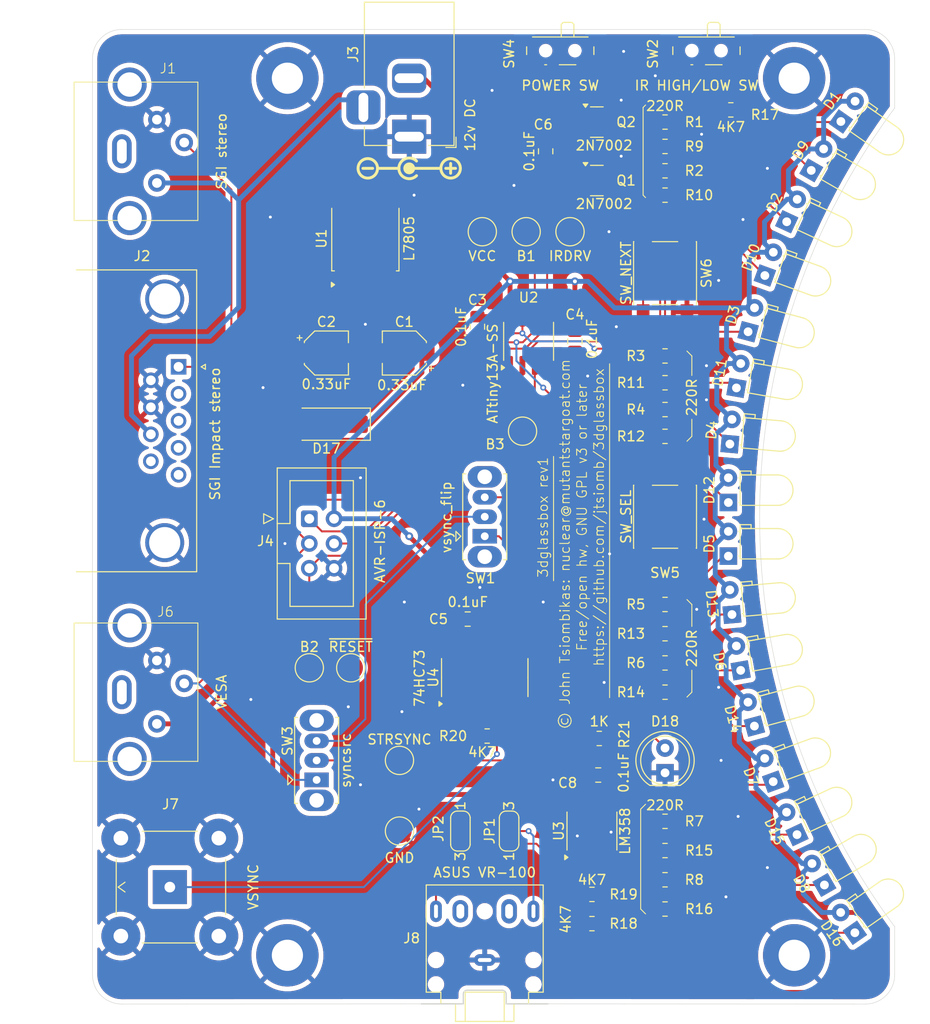
<source format=kicad_pcb>
(kicad_pcb (version 20240108) (generator "pcbnew") (generator_version "8.0")
  (layers (0 "F.Cu" signal) (31 "B.Cu" signal) (34 "B.Paste" user) (35 "F.Paste" user) (36 "B.SilkS" user "B.Silkscreen") (37 "F.SilkS" user "F.Silkscreen") (38 "B.Mask" user) (39 "F.Mask" user) (44 "Edge.Cuts" user))
  (net 0 "")
  (net 1 "+5V")
  (net 2 "GND")
  (net 3 "+12V")
  (net 4 "VCC")
  (net 5 "Net-(D1-K)")
  (net 6 "Net-(D2-K)")
  (net 7 "Net-(D3-K)")
  (net 8 "Net-(D4-K)")
  (net 9 "Net-(D5-K)")
  (net 10 "Net-(D6-K)")
  (net 11 "Net-(D7-K)")
  (net 12 "Net-(D8-K)")
  (net 13 "Net-(D9-K)")
  (net 14 "Net-(D10-K)")
  (net 15 "Net-(D11-K)")
  (net 16 "Net-(D12-K)")
  (net 17 "Net-(D13-K)")
  (net 18 "Net-(D14-K)")
  (net 19 "Net-(D15-K)")
  (net 20 "Net-(D16-K)")
  (net 21 "Net-(D17-A)")
  (net 22 "VBUS")
  (net 23 "/STEREOIN")
  (net 29 "/B2")
  (net 30 "/~{RESET}")
  (net 31 "/IRDRV")
  (net 32 "/B1")
  (net 33 "/VSYNC")
  (net 34 "Net-(JP1-C)")
  (net 36 "Net-(JP2-C)")
  (net 38 "Net-(JP1-A)")
  (net 39 "Net-(JP1-B)")
  (net 40 "Net-(Q1-D)")
  (net 41 "Net-(Q2-G)")
  (net 42 "Net-(Q2-D)")
  (net 43 "Net-(U3A--)")
  (net 44 "Net-(SW1-C)")
  (net 45 "Net-(SW1-B)")
  (net 46 "Net-(SW1-A)")
  (net 47 "/STRSYNC")
  (net 49 "/B3")
  (net 52 "Net-(D18-A)")
  (footprint "Package_TO_SOT_SMD:TO-252-3_TabPin2" (layer "F.Cu") (at 130.94 75.65 90)
    (property "Reference" "U1")
    (property "Value" "L7805")
  )
  (footprint "Button_Switch_SMD:SW_Push_1P1T_NO_6x6mm_H9.5mm" (layer "F.Cu") (at 161.69 79.19 90)
    (property "Reference" "SW6")
    (property "Value" "SW_NEXT")
  )
  (footprint "MountingHole:MountingHole_3.2mm_M3_Pad" (layer "F.Cu") (at 174.94 149.19)
    (property "Reference" "H4" (hide yes))
    (property "Value" "MountingHole_Pad" (hide yes))
  )
  (footprint "Resistor_SMD:R_0805_2012Metric_Pad1.20x1.40mm_HandSolder" (layer "F.Cu") (at 143.44 126.69)
    (property "Reference" "R20")
    (property "Value" "4K7")
  )
  (footprint "Button_Switch_SMD:SW_SPDT_PCM12" (layer "F.Cu") (at 165.94 56.69 180)
    (property "Reference" "SW2")
    (property "Value" "IR HIGH/LOW SW")
  )
  (footprint "LED_THT:LED_D3.0mm_Horizontal_O1.27mm_Z2.0mm" (layer "F.Cu") (at 174.176408 73.918989 65)
    (property "Reference" "D2")
    (property "Value" "IR LED")
  )
  (footprint "Button_Switch_SMD:SW_SPDT_PCM12" (layer "F.Cu") (at 150.94 56.69 180)
    (property "Reference" "SW4")
    (property "Value" "POWER SW")
  )
  (footprint "LED_THT:LED_D3.0mm_Horizontal_O1.27mm_Z2.0mm" (layer "F.Cu") (at 169.449978 119.951567 100)
    (property "Reference" "D6")
    (property "Value" "IR LED")
  )
  (footprint "Package_TO_SOT_SMD:SOT-23" (layer "F.Cu") (at 154.69 69.69)
    (property "Reference" "Q1")
    (property "Value" "2N7002")
  )
  (footprint "Resistor_SMD:R_0805_2012Metric_Pad1.20x1.40mm_HandSolder" (layer "F.Cu") (at 161.69 144.44 180)
    (property "Reference" "R16")
    (property "Value" "220R")
  )
  (footprint "Resistor_SMD:R_0805_2012Metric_Pad1.20x1.40mm_HandSolder" (layer "F.Cu") (at 161.69 116.19 180)
    (property "Reference" "R13")
    (property "Value" "220R")
  )
  (footprint "Capacitor_SMD:C_0805_2012Metric_Pad1.18x1.45mm_HandSolder" (layer "F.Cu") (at 152.44 86.19 -90)
    (property "Reference" "C4")
    (property "Value" "0.1uF")
  )
  (footprint "LED_THT:LED_D3.0mm_Horizontal_O1.27mm_Z2.0mm" (layer "F.Cu") (at 168.559695 114.22146 95)
    (property "Reference" "D13")
    (property "Value" "IR LED")
  )
  (footprint "Capacitor_SMD:CP_Elec_4x5.4" (layer "F.Cu") (at 134.94 87.39 180)
    (property "Reference" "C1")
    (property "Value" "0.33uF")
  )
  (footprint "Resistor_SMD:R_0805_2012Metric_Pad1.20x1.40mm_HandSolder" (layer "F.Cu") (at 161.69 138.44 180)
    (property "Reference" "R15")
    (property "Value" "220R")
  )
  (footprint "MountingHole:MountingHole_3.2mm_M3_Pad" (layer "F.Cu") (at 174.94 59.19)
    (property "Reference" "H3" (hide yes))
    (property "Value" "MountingHole_Pad" (hide yes))
  )
  (footprint "Resistor_SMD:R_0805_2012Metric_Pad1.20x1.40mm_HandSolder" (layer "F.Cu") (at 161.69 113.19 180)
    (property "Reference" "R5")
    (property "Value" "220R")
  )
  (footprint "3dglassbox:minidin3" (layer "F.Cu") (at 101.0525 122.19 -90)
    (property "Reference" "J6")
    (property "Value" "VESA")
  )
  (footprint "MountingHole:MountingHole_3.2mm_M3_Pad" (layer "F.Cu") (at 122.94 149.19)
    (property "Reference" "H2" (hide yes))
    (property "Value" "MountingHole_Pad" (hide yes))
  )
  (footprint "Connector_Dsub:DSUB-9_Male_Horizontal_P2.77x2.84mm_EdgePinOffset7.70mm_Housed_MountingHolesOffset9.12mm" (layer "F.Cu") (at 111.770331 88.805 -90)
    (property "Reference" "J2")
    (property "Value" "SGI Impact stereo")
  )
  (footprint "Connector_IDC:IDC-Header_2x03_P2.54mm_Vertical" (layer "F.Cu") (at 125.1875 104.395)
    (property "Reference" "J4")
    (property "Value" "AVR-ISP-6")
  )
  (footprint "Capacitor_SMD:C_0805_2012Metric_Pad1.18x1.45mm_HandSolder" (layer "F.Cu") (at 142.44 84.69 -90)
    (property "Reference" "C3")
    (property "Value" "0.1uF")
  )
  (footprint "Package_SO:SOIC-8_3.9x4.9mm_P1.27mm" (layer "F.Cu") (at 154.19 136.44 90)
    (property "Reference" "U3")
    (property "Value" "LM358")
  )
  (footprint "LED_THT:LED_D3.0mm_Horizontal_O1.27mm_Z2.0mm" (layer "F.Cu") (at 168.19 102.730001 90)
    (property "Reference" "D12")
    (property "Value" "IR LED")
  )
  (footprint "Resistor_SMD:R_0805_2012Metric_Pad1.20x1.40mm_HandSolder" (layer "F.Cu") (at 161.69 122.19 180)
    (property "Reference" "R14")
    (property "Value" "220R")
  )
  (footprint "Button_Switch_SMD:SW_Push_1P1T_NO_6x6mm_H9.5mm" (layer "F.Cu") (at 161.69 104.19 90)
    (property "Reference" "SW5")
    (property "Value" "SW_SEL")
  )
  (footprint "3dglassbox:minidin3" (layer "F.Cu") (at 101.0525 66.69 -90)
    (property "Reference" "J1")
    (property "Value" "SGI stereo")
  )
  (footprint "Connector_BarrelJack:BarrelJack_Horizontal" (layer "F.Cu") (at 135.44 65.19 -90)
    (property "Reference" "J3")
    (property "Value" "12v DC")
  )
  (footprint "Resistor_SMD:R_0805_2012Metric_Pad1.20x1.40mm_HandSolder" (layer "F.Cu") (at 161.69 87.69 180)
    (property "Reference" "R3")
    (property "Value" "220R")
  )
  (footprint "TestPoint:TestPoint_Pad_D2.5mm" (layer "F.Cu") (at 147.44 74.94)
    (property "Reference" "B1")
    (property "Value" "TestPoint" (hide yes))
  )
  (footprint "LED_THT:LED_D3.0mm_Horizontal_O1.27mm_Z2.0mm" (layer "F.Cu") (at 169.015858 90.970455 80)
    (property "Reference" "D11")
    (property "Value" "IR LED")
  )
  (footprint "LED_THT:LED_D3.0mm_Horizontal_O1.27mm_Z2.0mm" (layer "F.Cu") (at 170.859784 125.668572 105)
    (property "Reference" "D14")
    (property "Value" "IR LED")
  )
  (footprint "LED_THT:LED_D5.0mm" (layer "F.Cu") (at 161.69 130.465 90)
    (property "Reference" "D18")
    (property "Value" "LED")
  )
  (footprint "TestPoint:TestPoint_Pad_D2.5mm" (layer "F.Cu") (at 134.44 129.19)
    (property "Reference" "STRSYNC")
    (property "Value" "TestPoint" (hide yes))
  )
  (footprint "LED_THT:LED_D3.0mm_Horizontal_O1.27mm_Z2.0mm" (layer "F.Cu") (at 172.787894 131.370824 110)
    (property "Reference" "D7")
    (property "Value" "IR LED")
  )
  (footprint "Resistor_SMD:R_0805_2012Metric_Pad1.20x1.40mm_HandSolder" (layer "F.Cu") (at 161.69 119.19 180)
    (property "Reference" "R6")
    (property "Value" "220R")
  )
  (footprint "Resistor_SMD:R_0805_2012Metric_Pad1.20x1.40mm_HandSolder" (layer "F.Cu") (at 154.19 142.94 180)
    (property "Reference" "R19")
    (property "Value" "4K7")
  )
  (footprint "Jumper:SolderJumper-3_P1.3mm_Bridged12_RoundedPad1.0x1.5mm_NumberLabels" (layer "F.Cu") (at 145.69 136.44 90)
    (property "Reference" "JP1")
    (property "Value" "JPOL1")
  )
  (footprint "Jumper:SolderJumper-3_P1.3mm_Bridged12_RoundedPad1.0x1.5mm_NumberLabels" (layer "F.Cu") (at 140.69 136.44 -90)
    (property "Reference" "JP2")
    (property "Value" "JPOL2")
  )
  (footprint "LED_THT:LED_D3.0mm_Horizontal_O1.27mm_Z2.0mm" (layer "F.Cu") (at 175.232953 136.806782 115)
    (property "Reference" "D15")
    (property "Value" "IR LED")
  )
  (footprint "TestPoint:TestPoint_Pad_D2.5mm" (layer "F.Cu") (at 125.19 119.69)
    (property "Reference" "B2")
    (property "Value" "TestPoint" (hide yes))
  )
  (footprint "LED_THT:LED_D3.0mm_Horizontal_O1.27mm_Z2.0mm" (layer "F.Cu") (at 178.043479 141.975033 120)
    (property "Reference" "D8")
    (property "Value" "IR LED")
  )
  (footprint "TestPoint:TestPoint_Pad_D2.5mm" (layer "F.Cu") (at 134.44 136.44)
    (property "Reference" "GND")
    (property "Value" "TestPoint" (hide yes))
  )
  (footprint "TestPoint:TestPoint_Pad_D2.5mm" (layer "F.Cu") (at 142.94 74.94)
    (property "Reference" "VCC")
    (property "Value" "TestPoint" (hide yes))
  )
  (footprint "Resistor_SMD:R_0805_2012Metric_Pad1.20x1.40mm_HandSolder" (layer "F.Cu") (at 161.69 95.94 180)
    (property "Reference" "R12")
    (property "Value" "220R")
  )
  (footprint "LED_THT:LED_D3.0mm_Horizontal_O1.27mm_Z2.0mm" (layer "F.Cu") (at 168.19 108.230001 90)
    (property "Reference" "D5")
    (property "Value" "IR LED")
  )
  (footprint "Connector_Coaxial:BNC_TEConnectivity_1478035_Horizontal" (layer "F.Cu") (at 110.875 142.19 90)
    (property "Reference" "J7")
    (property "Value" "VSYNC")
  )
  (footprint "Package_TO_SOT_SMD:SOT-23" (layer "F.Cu") (at 154.69 63.69)
    (property "Reference" "Q2")
    (property "Value" "2N7002")
  )
  (footprint "Capacitor_SMD:CP_Elec_4x5.4" (layer "F.Cu") (at 126.94 87.39)
    (property "Reference" "C2")
    (property "Value" "0.33uF")
  )
  (footprint "Resistor_SMD:R_0805_2012Metric_Pad1.20x1.40mm_HandSolder" (layer "F.Cu") (at 161.69 66.19 180)
    (property "Reference" "R9")
    (property "Value" "220R")
  )
  (footprint "LED_THT:LED_D3.0mm_Horizontal_O1.27mm_Z2.0mm" (layer "F.Cu") (at 181.167866 146.874295 125)
    (property "Reference" "D16")
    (property "Value" "IR LED")
  )
  (footprint "TestPoint:TestPoint_Pad_D2.5mm" (layer "F.Cu") (at 147.06972 95.4062)
    (property "Reference" "B3")
    (property "Value" "TestPoint" (hide yes))
  )
  (footprint "Resistor_SMD:R_0805_2012Metric_Pad1.20x1.40mm_HandSolder" (layer "F.Cu") (at 161.69 90.44 180)
    (property "Reference" "R11")
    (property "Value" "220R")
  )
  (footprint "Resistor_SMD:R_0805_2012Metric_Pad1.20x1.40mm_HandSolder" (layer "F.Cu") (at 161.69 93.19 180)
    (property "Reference" "R4")
    (property "Value" "220R")
  )
  (footprint "Button_Switch_THT:SW_Slide_SPDT_Straight_CK_OS102011MS2Q" (layer "F.Cu") (at 143.19 106.19 90)
    (property "Reference" "SW1")
    (property "Value" "vsync_flip")
  )
  (footprint "Package_SO:SOIC-8_3.9x4.9mm_P1.27mm" (layer "F.Cu") (at 147.69 86.19 90)
    (property "Reference" "U2")
    (property "Value" "ATtiny13A-SS")
  )
  (footprint "TestPoint:TestPoint_Pad_D2.5mm" (layer "F.Cu") (at 151.94 74.94)
    (property "Reference" "IRDRV")
    (property "Value" "TestPoint" (hide yes))
  )
  (footprint "Resistor_SMD:R_0805_2012Metric_Pad1.20x1.40mm_HandSolder" (layer "F.Cu") (at 161.69 141.44 180)
    (property "Reference" "R8")
    (property "Value" "220R")
  )
  (footprint "Capacitor_SMD:C_0805_2012Metric_Pad1.18x1.45mm_HandSolder" (layer "F.Cu") (at 149.44 66.69 -90)
    (property "Reference" "C6")
    (property "Value" "0.1uF")
  )
  (footprint "LED_THT:LED_D3.0mm_Horizontal_O1.27mm_Z2.0mm" (layer "F.Cu") (at 170.212736 85.206245 75)
    (property "Reference" "D3")
    (property "Value" "IR LED")
  )
  (footprint "Capacitor_SMD:C_0805_2012Metric_Pad1.18x1.45mm_HandSolder" (layer "F.Cu") (at 141.44 114.69)
    (property "Reference" "C5")
    (property "Value" "0.1uF")
  )
  (footprint "Resistor_SMD:R_0805_2012Metric_Pad1.20x1.40mm_HandSolder" (layer "F.Cu") (at 161.69 68.69 180)
    (property "Reference" "R2")
    (property "Value" "220R")
  )
  (footprint "Connector_Audio:Jack_3.5mm_CUI_SJ1-3525N_Horizontal" (layer "F.Cu") (at 143.18726 149.672873)
    (property "Reference" "J8")
    (property "Value" "ASUS VR-100")
    (fp_line (start -2.2 3.5) (end -2.2 4.5) (stroke (width 0.12)) (layer "Edge.Cuts"))
    (fp_line (start -2.2 4.5) (end -6.5 4.5) (stroke (width 0.12)) (layer "Edge.Cuts"))
    (fp_line (start 1.8 3.1) (end -1.8 3.1) (stroke (width 0.12)) (layer "Edge.Cuts"))
    (fp_line (start 2.2 3.5) (end 2.2 4.5) (stroke (width 0.12)) (layer "Edge.Cuts"))
    (fp_line (start 2.2 4.5) (end 6.5 4.5) (stroke (width 0.12)) (layer "Edge.Cuts"))
    (fp_arc (start -2.2 3.5) (mid -2.082842 3.217158) (end -1.8 3.1) (stroke (width 0.12)) (layer "Edge.Cuts"))
    (fp_arc (start 1.8 3.1) (mid 2.082843 3.217157) (end 2.2 3.5) (stroke (width 0.12)) (layer "Edge.Cuts"))
  )
  (footprint "TestPoint:TestPoint_Pad_D2.5mm" (layer "F.Cu") (at 129.44 119.69)
    (property "Reference" "~{RESET}")
    (property "Value" "TestPoint" (hide yes))
  )
  (footprint "MountingHole:MountingHole_3.2mm_M3_Pad" (layer "F.Cu") (at 122.94 59.19)
    (property "Reference" "H1" (hide yes))
    (property "Value" "MountingHole_Pad" (hide yes))
  )
  (footprint "Resistor_SMD:R_0805_2012Metric_Pad1.20x1.40mm_HandSolder" (layer "F.Cu") (at 154.94 126.94)
    (property "Reference" "R21")
    (property "Value" "1K")
  )
  (footprint "Resistor_SMD:R_0805_2012Metric_Pad1.20x1.40mm_HandSolder" (layer "F.Cu") (at 154.19 145.94)
    (property "Reference" "R18")
    (property "Value" "4K7")
  )
  (footprint "Resistor_SMD:R_0805_2012Metric_Pad1.20x1.40mm_HandSolder" (layer "F.Cu") (at 161.69 71.19 180)
    (property "Reference" "R10")
    (property "Value" "220R")
  )
  (footprint "LED_THT:LED_D3.0mm_Horizontal_O1.27mm_Z2.0mm" (layer "F.Cu") (at 168.341806 96.729029 85)
    (property "Reference" "D4")
    (property "Value" "IR LED")
  )
  (footprint "LED_THT:LED_D3.0mm_Horizontal_O1.27mm_Z2.0mm" (layer "F.Cu") (at 179.733925 63.633588 55)
    (property "Reference" "D1")
    (property "Value" "IR LED")
  )
  (footprint "Resistor_SMD:R_0805_2012Metric_Pad1.20x1.40mm_HandSolder" (layer "F.Cu") (at 168.44 62.44 180)
    (property "Reference" "R17")
    (property "Value" "4K7")
  )
  (footprint "Diode_SMD:D_SMA_Handsoldering" (layer "F.Cu") (at 126.94 94.69 180)
    (property "Reference" "D17")
    (property "Value" "SS34")
  )
  (footprint "Capacitor_SMD:C_0805_2012Metric_Pad1.18x1.45mm_HandSolder" (layer "F.Cu") (at 154.835736 130.69)
    (property "Reference" "C8")
    (property "Value" "0.1uF")
  )
  (footprint "Package_SO:SO-14_3.9x8.65mm_P1.27mm" (layer "F.Cu") (at 143.19 120.69 90)
    (property "Reference" "U4")
    (property "Value" "74HC73")
  )
  (footprint "LED_THT:LED_D3.0mm_Horizontal_O1.27mm_Z2.0mm" (layer "F.Cu") (at 176.693478 68.650034 60)
    (property "Reference" "D9")
    (property "Value" "IR LED")
  )
  (footprint "Resistor_SMD:R_0805_2012Metric_Pad1.20x1.40mm_HandSolder" (layer "F.Cu") (at 161.69 63.69 180)
    (property "Reference" "R1")
    (property "Value" "220R")
  )
  (footprint "Button_Switch_THT:SW_Slide_SPDT_Straight_CK_OS102011MS2Q" (layer "F.Cu") (at 125.94 131.19 90)
    (property "Reference" "SW3")
    (property "Value" "syncsrc")
  )
  (footprint "Resistor_SMD:R_0805_2012Metric_Pad1.20x1.40mm_HandSolder" (layer "F.Cu") (at 161.69 135.44 180)
    (property "Reference" "R7")
    (property "Value" "220R")
  )
  (footprint "LED_THT:LED_D3.0mm_Horizontal_O1.27mm_Z2.0mm" (layer "F.Cu") (at 171.932843 79.43841 70)
    (property "Reference" "D10")
    (property "Value" "IR LED")
  )
  (gr_line (start 150.25 98) (end 150.25 110.75) (stroke (width 0.1)) (layer "F.SilkS"))
  (gr_line (start 159.19 144.44) (end 159.69 144.94) (stroke (width 0.1)) (layer "F.SilkS"))
  (gr_line (start 159.44 62.19) (end 159.44 71.19) (stroke (width 0.1)) (layer "F.SilkS"))
  (gr_line (start 164.44 119.94) (end 164.44 122.19) (stroke (width 0.1)) (layer "F.SilkS"))
  (gr_line (start 164.44 115.44) (end 164.44 113.19) (stroke (width 0.1)) (layer "F.SilkS"))
  (gr_circle (center 131.19 68.44) (end 132.19 68.44) (stroke (width 0.3)) (fill none) (layer "F.SilkS"))
  (gr_line (start 164.44 89.69) (end 164.44 87.69) (stroke (width 0.1)) (layer "F.SilkS"))
  (gr_line (start 159.44 71.19) (end 159.69 71.44) (stroke (width 0.1)) (layer "F.SilkS"))
  (gr_line (start 134.37934 68.44) (end 132.19 68.44) (stroke (width 0.3)) (layer "F.SilkS"))
  (gr_line (start 159.19 134.19) (end 159.19 144.44) (stroke (width 0.1)) (layer "F.SilkS"))
  (gr_line (start 139.19 68.44) (end 140.19 68.44) (stroke (width 0.3)) (layer "F.SilkS"))
  (gr_line (start 164.44 113.19) (end 163.94 112.69) (stroke (width 0.1)) (layer "F.SilkS"))
  (gr_line (start 159.69 133.69) (end 159.19 134.19) (stroke (width 0.1)) (layer "F.SilkS"))
  (gr_line (start 156 88.5) (end 156 122.75) (stroke (width 0.1)) (layer "F.SilkS"))
  (gr_line (start 139.69 67.94) (end 139.69 68.94) (stroke (width 0.3)) (layer "F.SilkS"))
  (gr_line (start 164.44 95.94) (end 163.94 96.44) (stroke (width 0.1)) (layer "F.SilkS"))
  (gr_line (start 159.69 61.94) (end 159.44 62.19) (stroke (width 0.1)) (layer "F.SilkS"))
  (gr_line (start 130.69 68.44) (end 131.69 68.44) (stroke (width 0.3)) (layer "F.SilkS"))
  (gr_circle (center 135.44 68.44) (end 135.793553 68.44) (stroke (width 0.5)) (fill none) (layer "F.SilkS"))
  (gr_arc (start 136.19 69.19) (mid 134.37934 68.44) (end 136.19 67.69) (stroke (width 0.3)) (layer "F.SilkS"))
  (gr_line (start 164.44 122.19) (end 163.94 122.69) (stroke (width 0.1)) (layer "F.SilkS"))
  (gr_circle (center 139.69 68.44) (end 140.69 68.44) (stroke (width 0.3)) (fill none) (layer "F.SilkS"))
  (gr_line (start 164.44 94.19) (end 164.44 95.94) (stroke (width 0.1)) (layer "F.SilkS"))
  (gr_line (start 135.44 68.44) (end 138.69 68.44) (stroke (width 0.3)) (layer "F.SilkS"))
  (gr_line (start 164.44 87.69) (end 163.94 87.19) (stroke (width 0.1)) (layer "F.SilkS"))
  (gr_arc (start 105.94 154.19) (mid 103.81868 153.31132) (end 102.94 151.19) (stroke (width 0.05)) (layer "Edge.Cuts"))
  (gr_line (start 105.94 154.19) (end 136.68726 154.172873) (stroke (width 0.05)) (layer "Edge.Cuts"))
  (gr_arc (start 102.94 57.19) (mid 103.81868 55.06868) (end 105.94 54.19) (stroke (width 0.05)) (layer "Edge.Cuts"))
  (gr_line (start 105.94 54.19) (end 182.25 54.19) (stroke (width 0.05)) (layer "Edge.Cuts"))
  (gr_line (start 185.25 57.19) (end 185.250001 62.25) (stroke (width 0.05)) (layer "Edge.Cuts"))
  (gr_line (start 149.68726 154.172873) (end 182.25 154.19) (stroke (width 0.05)) (layer "Edge.Cuts"))
  (gr_arc (start 185.250001 146.249999) (mid 171.398566 104.249999) (end 185.250001 62.25) (stroke (width 0.05)) (layer "Edge.Cuts"))
  (gr_arc (start 185.25 151.19) (mid 184.37132 153.31132) (end 182.25 154.19) (stroke (width 0.05)) (layer "Edge.Cuts"))
  (gr_line (start 102.94 151.19) (end 102.94 57.19) (stroke (width 0.05)) (layer "Edge.Cuts"))
  (gr_line (start 185.250001 146.249999) (end 185.25 151.19) (stroke (width 0.05)) (layer "Edge.Cuts"))
  (gr_arc (start 182.25 54.19) (mid 184.37132 55.06868) (end 185.25 57.19) (stroke (width 0.05)) (layer "Edge.Cuts"))
  (gr_text "© John Tsiombikas: nuclear@mutantstargoat.com" (at 152 107 90) (layer "F.SilkS") (effects (font (size 1 1) (thickness 0.1)) (justify bottom)))
  (gr_text "Free/open hw, GNU GPL v3 or later" (at 153.75 104.25 90) (layer "F.SilkS") (effects (font (size 1 1) (thickness 0.1)) (justify bottom)))
  (gr_text "3dglassbox rev1" (at 149.75 104.25 90) (layer "F.SilkS") (effects (font (size 1 1) (thickness 0.1)) (justify bottom)))
  (gr_text "https://github.com/jtsiomb/3dglassbox" (at 155.5 104.25 90) (layer "F.SilkS") (effects (font (size 1 1) (thickness 0.1)) (justify bottom)))
  (segment (start 133.22 80.69) (end 136.74 80.69) (width 0.5) (layer "F.Cu") (net 1))
  (segment (start 136.74 73.39) (end 150.19 59.94) (width 0.5) (layer "F.Cu") (net 1))
  (segment (start 131.44 94.69) (end 136.74 89.39) (width 0.5) (layer "F.Cu") (net 1))
  (segment (start 136.74 89.39) (end 136.74 87.39) (width 0.5) (layer "F.Cu") (net 1))
  (segment (start 136.74 80.69) (end 136.74 73.39) (width 0.5) (layer "F.Cu") (net 1))
  (segment (start 136.74 87.39) (end 136.74 80.69) (width 0.5) (layer "F.Cu") (net 1))
  (segment (start 129.44 94.69) (end 131.44 94.69) (width 0.5) (layer "F.Cu") (net 1))
  (segment (start 150.19 59.94) (end 150.19 58.12) (width 0.5) (layer "F.Cu") (net 1))
  (via (at 157.19 67.19) (size 0.6) (drill 0.3) (layers "F.Cu" "B.Cu") (net 2))
  (via (at 122.69 106.94) (size 0.6) (drill 0.3) (layers "F.Cu" "B.Cu") (net 2))
  (via (at 130.44 100.19) (size 0.6) (drill 0.3) (layers "F.Cu" "B.Cu") (net 2))
  (via (at 150.19 131.19) (size 0.6) (drill 0.3) (layers "F.Cu" "B.Cu") (net 2))
  (via (at 167.19 79.94) (size 0.6) (drill 0.3) (layers "F.Cu" "B.Cu") (net 2))
  (via (at 167.19 121.69) (size 0.6) (drill 0.3) (layers "F.Cu" "B.Cu") (net 2))
  (via (at 119.19 122.94) (size 0.6) (drill 0.3) (layers "F.Cu" "B.Cu") (net 2))
  (via (at 129.19 123.69) (size 0.6) (drill 0.3) (layers "F.Cu" "B.Cu") (net 2))
  (via (at 130.94 84.44) (size 0.6) (drill 0.3) (layers "F.Cu" "B.Cu") (net 2))
  (via (at 165.94 88.69) (size 0.6) (drill 0.3) (layers "F.Cu" "B.Cu") (net 2))
  (via (at 120.44 90.94) (size 0.6) (drill 0.3) (layers "F.Cu" "B.Cu") (net 2))
  (via (at 165.94 92.19) (size 0.6) (drill 0.3) (layers "F.Cu" "B.Cu") (net 2))
  (via (at 172.19 140.19) (size 0.6) (drill 0.3) (layers "F.Cu" "B.Cu") (net 2))
  (via (at 143.94 60.44) (size 0.6) (drill 0.3) (layers "F.Cu" "B.Cu") (net 2))
  (via (at 157.19 61.44) (size 0.6) (drill 0.3) (layers "F.Cu" "B.Cu") (net 2))
  (via (at 153.75 89.75) (size 0.6) (drill 0.3) (layers "F.Cu" "B.Cu") (net 2))
  (via (at 160.69 58.94) (size 0.6) (drill 0.3) (layers "F.Cu" "B.Cu") (net 2))
  (via (at 156.69 84.69) (size 0.6) (drill 0.3) (layers "F.Cu" "B.Cu") (net 2))
  (via (at 134.94 112.94) (size 0.6) (drill 0.3) (layers "F.Cu" "B.Cu") (net 2))
  (via (at 157.44 56.44) (size 0.6) (drill 0.3) (layers "F.Cu" "B.Cu") (net 2))
  (via (at 156 108) (size 0.6) (drill 0.3) (layers "F.Cu" "B.Cu") (net 2))
  (via (at 149.19 112.94) (size 0.6) (drill 0.3) (layers "F.Cu" "B.Cu") (net 2))
  (via (at 164.94 113.69) (size 0.6) (drill 0.3) (layers "F.Cu" "B.Cu") (net 2))
  (via (at 135.94 71.19) (size 0.6) (drill 0.3) (layers "F.Cu" "B.Cu") (net 2))
  (via (at 140.94 90.69) (size 0.6) (drill 0.3) (layers "F.Cu" "B.Cu") (net 2))
  (via (at 152.69 136.94) (size 0.6) (drill 0.3) (layers "F.Cu" "B.Cu") (net 2))
  (via (at 172.19 68.44) (size 0.6) (drill 0.3) (layers "F.Cu" "B.Cu") (net 2))
  (via (at 134.69 124.19) (size 0.6) (drill 0.3) (layers "F.Cu" "B.Cu") (net 2))
  (via (at 155.94 74.94) (size 0.6) (drill 0.3) (layers "F.Cu" "B.Cu") (net 2))
  (via (at 130.44 131.69) (size 0.6) (drill 0.3) (layers "F.Cu" "B.Cu") (net 2))
  (via (at 121.19 73.44) (size 0.6) (drill 0.3) (layers "F.Cu" "B.Cu") (net 2))
  (via (at 167.44 129.19) (size 0.6) (drill 0.3) (layers "F.Cu" "B.Cu") (net 2))
  (via (at 156.15262 136.54987) (size 0.6) (drill 0.3) (layers "F.Cu" "B.Cu") (net 2))
  (via (at 165.44 64.94) (size 0.6) (drill 0.3) (layers "F.Cu" "B.Cu") (net 2))
  (via (at 169.19 134.94) (size 0.6) (drill 0.3) (layers "F.Cu" "B.Cu") (net 2))
  (via (at 169.69 73.69) (size 0.6) (drill 0.3) (layers "F.Cu" "B.Cu") (net 2))
  (via (at 142.69 111.44) (size 0.6) (drill 0.3) (layers "F.Cu" "B.Cu") (net 2))
  (via (at 167.94 143.19) (size 0.6) (drill 0.3) (layers "F.Cu" "B.Cu") (net 2))
  (via (at 146.19 70.19) (size 0.6) (drill 0.3) (layers "F.Cu" "B.Cu") (net 2))
  (via (at 165.69 104.44) (size 0.6) (drill 0.3) (layers "F.Cu" "B.Cu") (net 2))
  (via (at 136.44 134.19) (size 0.6) (drill 0.3) (layers "F.Cu" "B.Cu") (net 2))
  (via (at 155.44 121.19) (size 0.6) (drill 0.3) (layers "F.Cu" "B.Cu") (net 2))
  (segment (start 136.94 59.19) (end 135.44 59.19) (width 0.5) (layer "F.Cu") (net 3))
  (segment (start 128.66 80.69) (end 125.39 80.69) (width 0.5) (layer "F.Cu") (net 3))
  (segment (start 121.44 101.94) (end 121.44 134.19) (width 0.5) (layer "F.Cu") (net 3))
  (segment (start 152.285 133.965) (end 152.285 132.203236) (width 0.5) (layer "F.Cu") (net 3))
  (segment (start 125.14 87.39) (end 125.14 88.89) (width 0.5) (layer "F.Cu") (net 3))
  (segment (start 138.94 66.44) (end 138.94 61.19) (width 0.5) (layer "F.Cu") (net 3))
  (segment (start 121.44 134.19) (end 123.19 135.94) (width 0.5) (layer "F.Cu") (net 3))
  (segment (start 123.19 135.94) (end 129.44 135.94) (width 0.5) (layer "F.Cu") (net 3))
  (segment (start 125.14 87.39) (end 125.14 80.44) (width 0.5) (layer "F.Cu") (net 3))
  (segment (start 132.69 132.69) (end 148.19 132.69) (width 0.5) (layer "F.Cu") (net 3))
  (segment (start 127.69 68.94) (end 136.44 68.94) (width 0.5) (layer "F.Cu") (net 3))
  (segment (start 126.94 90.69) (end 126.94 96.44) (width 0.5) (layer "F.Cu") (net 3))
  (segment (start 125.39 80.69) (end 125.14 80.44) (width 0.5) (layer "F.Cu") (net 3))
  (segment (start 129.44 135.94) (end 132.69 132.69) (width 0.5) (layer "F.Cu") (net 3))
  (segment (start 152.285 132.203236) (end 153.798236 130.69) (width 0.5) (layer "F.Cu") (net 3))
  (segment (start 136.44 68.94) (end 138.94 66.44) (width 0.5) (layer "F.Cu") (net 3))
  (segment (start 126.94 96.44) (end 121.44 101.94) (width 0.5) (layer "F.Cu") (net 3))
  (segment (start 138.94 61.19) (end 136.94 59.19) (width 0.5) (layer "F.Cu") (net 3))
  (segment (start 125.14 71.49) (end 127.69 68.94) (width 0.5) (layer "F.Cu") (net 3))
  (segment (start 125.14 88.89) (end 126.94 90.69) (width 0.5) (layer "F.Cu") (net 3))
  (segment (start 148.19 132.69) (end 149.465 133.965) (width 0.5) (layer "F.Cu") (net 3))
  (segment (start 149.465 133.965) (end 152.285 133.965) (width 0.5) (layer "F.Cu") (net 3))
  (segment (start 125.14 80.44) (end 125.14 71.49) (width 0.5) (layer "F.Cu") (net 3))
  (segment (start 166.25 147.75) (end 171.5 153) (width 0.5) (layer "F.Cu") (net 4))
  (segment (start 145.7225 83.6525) (end 145.785 83.715) (width 0.5) (layer "F.Cu") (net 4))
  (segment (start 144.46 120.71) (end 144.46 118.215) (width 0.5) (layer "F.Cu") (net 4))
  (segment (start 142.44 83.6525) (end 145.7225 83.6525) (width 0.5) (layer "F.Cu") (net 4))
  (segment (start 153.19 58.12) (end 153.19 59.19) (width 0.5) (layer "F.Cu") (net 4))
  (segment (start 145.73 121.98) (end 145.73 123.165) (width 0.5) (layer "F.Cu") (net 4))
  (segment (start 142.94 69.44) (end 146.7275 65.6525) (width 0.5) (layer "F.Cu") (net 4))
  (segment (start 145.73 121.98) (end 144.46 120.71) (width 0.5) (layer "F.Cu") (net 4))
  (segment (start 183.25 146.5) (end 181.543649 144.793649) (width 0.5) (layer "F.Cu") (net 4))
  (segment (start 183.25 148) (end 183.25 146.5) (width 0.5) (layer "F.Cu") (net 4))
  (segment (start 139.38 118.215) (end 139.38 114.69) (width 0.5) (layer "F.Cu") (net 4))
  (segment (start 152.44 85.1525) (end 152.44 80.035) (width 0.5) (layer "F.Cu") (net 4))
  (segment (start 145.785 80.035) (end 145.785 83.715) (width 0.5) (layer "F.Cu") (net 4))
  (segment (start 139.38 114.69) (end 140.4025 114.69) (width 0.5) (layer "F.Cu") (net 4))
  (segment (start 142.44 125.44) (end 142.44 126.69) (width 0.5) (layer "F.Cu") (net 4))
  (segment (start 139.38 118.215) (end 139.38 119.63) (width 0.5) (layer "F.Cu") (net 4))
  (segment (start 142.94 74.94) (end 142.94 77.19) (width 0.5) (layer "F.Cu") (net 4))
  (segment (start 153.19 145.94) (end 153.19 147.19) (width 0.5) (layer "F.Cu") (net 4))
  (segment (start 139.38 123.165) (end 140.65 123.165) (width 0.5) (layer "F.Cu") (net 4))
  (segment (start 139.38 110.13) (end 135.44 106.19) (width 0.5) (layer "F.Cu") (net 4))
  (segment (start 142.94 69.44) (end 142.94 74.94) (width 0.5) (layer "F.Cu") (net 4))
  (segment (start 143.19 120.71) (end 144.46 120.71) (width 0.5) (layer "F.Cu") (net 4))
  (segment (start 139.38 119.63) (end 140.46 120.71) (width 0.5) (layer "F.Cu") (net 4))
  (segment (start 178.25 153) (end 183.25 148) (width 0.5) (layer "F.Cu") (net 4))
  (segment (start 141.92 124.92) (end 142.44 125.44) (width 0.5) (layer "F.Cu") (net 4))
  (segment (start 142.94 77.19) (end 145.785 80.035) (width 0.5) (layer "F.Cu") (net 4))
  (segment (start 141.92 123.165) (end 143.19 123.165) (width 0.5) (layer "F.Cu") (net 4))
  (segment (start 149.44 62.94) (end 149.44 65.6525) (width 0.5) (layer "F.Cu") (net 4))
  (segment (start 139.38 114.69) (end 139.38 110.13) (width 0.5) (layer "F.Cu") (net 4))
  (segment (start 146.7275 65.6525) (end 149.44 65.6525) (width 0.5) (layer "F.Cu") (net 4))
  (segment (start 139.38 121.79) (end 140.46 120.71) (width 0.5) (layer "F.Cu") (net 4))
  (segment (start 140.65 123.165) (end 141.92 123.165) (width 0.5) (layer "F.Cu") (net 4))
  (segment (start 139.38 123.165) (end 139.38 121.79) (width 0.5) (layer "F.Cu") (net 4))
  (segment (start 153.75 147.75) (end 166.25 147.75) (width 0.5) (layer "F.Cu") (net 4))
  (segment (start 153.19 59.19) (end 149.44 62.94) (width 0.5) (layer "F.Cu") (net 4))
  (segment (start 141.92 123.165) (end 141.92 124.92) (width 0.5) (layer "F.Cu") (net 4))
  (segment (start 171.5 153) (end 178.25 153) (width 0.5) (layer "F.Cu") (net 4))
  (segment (start 145.73 123.165) (end 147 123.165) (width 0.5) (layer "F.Cu") (net 4))
  (segment (start 181.543649 144.793649) (end 179.710982 144.793649) (width 0.5) (layer "F.Cu") (net 4))
  (segment (start 153.19 147.19) (end 153.75 147.75) (width 0.5) (layer "F.Cu") (net 4))
  (segment (start 140.46 120.71) (end 143.19 120.71) (width 0.5) (layer "F.Cu") (net 4))
  (segment (start 143.19 123.165) (end 143.19 120.71) (width 0.5) (layer "F.Cu") (net 4))
  (via (at 152.44 80.035) (size 0.8) (drill 0.4) (layers "F.Cu" "B.Cu") (net 4))
  (via (at 145.785 80.035) (size 0.8) (drill 0.4) (layers "F.Cu" "B.Cu") (net 4))
  (via (at 135.44 106.19) (size 0.8) (drill 0.4) (layers "F.Cu" "B.Cu") (net 4))
  (segment (start 166.84 110.192805) (end 168.338319 111.691124) (width 0.5) (layer "B.Cu") (net 4))
  (segment (start 167.957368 118.501699) (end 167.957368 120.970104) (width 0.5) (layer "B.Cu") (net 4))
  (segment (start 167.957368 120.970104) (end 170.202384 123.21512) (width 0.5) (layer "B.Cu") (net 4))
  (segment (start 167 89.653175) (end 167 92.635513) (width 0.5) (layer "B.Cu") (net 4))
  (segment (start 135.44 106.19) (end 133.645 104.395) (width 0.5) (layer "B.Cu") (net 4))
  (segment (start 173.50476 134.50476) (end 174.159503 134.50476) (width 0.5) (layer "B.Cu") (net 4))
  (segment (start 167.457861 95.304014) (end 167.337275 95.304014) (width 0.5) (layer "B.Cu") (net 4))
  (segment (start 170.870136 82.752793) (end 170.329302 82.211959) (width 0.5) (layer "B.Cu") (net 4))
  (segment (start 170.984005 128.984005) (end 171.919163 128.984005) (width 0.5) (layer "B.Cu") (net 4))
  (segment (start 172.801574 77.051591) (end 171.901574 76.151591) (width 0.5) (layer "B.Cu") (net 4))
  (segment (start 171.019163 129.884005) (end 171.019163 132.019163) (width 0.5) (layer "B.Cu") (net 4))
  (segment (start 175.775328 139.775328) (end 176.773479 139.775328) (width 0.5) (layer "B.Cu") (net 4))
  (segment (start 171.919163 128.984005) (end 171.019163 129.884005) (width 0.5) (layer "B.Cu") (net 4))
  (segment (start 175.873479 140.675328) (end 175.873479 142.873479) (width 0.5) (layer "B.Cu") (net 4))
  (segment (start 169.008912 117.450155) (end 167.957368 118.501699) (width 0.5) (layer "B.Cu") (net 4))
  (segment (start 174.349858 70.716967) (end 174.349858 68.650142) (width 0.5) (layer "B.Cu") (net 4))
  (segment (start 170.329302 77.670698) (end 170.948409 77.051591) (width 0.5) (layer "B.Cu") (net 4))
  (segment (start 169.456924 88.469043) (end 168.184132 88.469043) (width 0.5) (layer "B.Cu") (net 4))
  (segment (start 166.84 104.34) (end 168.19 105.69) (width 0.5) (layer "B.Cu") (net 4))
  (segment (start 167.13468 112.894763) (end 167.13468 115.575923) (width 0.5) (layer "B.Cu") (net 4))
  (segment (start 176.549671 66.450329) (end 177.963478 66.450329) (width 0.5) (layer "B.Cu") (net 4))
  (segment (start 177.963478 63.293165) (end 179.703701 61.552942) (width 0.5) (layer "B.Cu") (net 4))
  (segment (start 170.948409 77.051591) (end 172.801574 77.051591) (width 0.5) (layer "B.Cu") (net 4))
  (segment (start 171.019163 132.019163) (end 173.50476 134.50476) (width 0.5) (layer "B.Cu") (net 4))
  (segment (start 127.7275 98.0925) (end 145.785 80.035) (width 0.5) (layer "B.Cu") (net 4))
  (segment (start 170.329302 82.211959) (end 170.329302 77.670698) (width 0.5) (layer "B.Cu") (net 4))
  (segment (start 168.563181 94.198694) (end 167.457861 95.304014) (width 0.5) (layer "B.Cu") (net 4))
  (segment (start 153.785 80.035) (end 156.502793 82.752793) (width 0.5) (layer "B.Cu") (net 4))
  (segment (start 174.210678 71.616967) (end 175.249858 71.616967) (width 0.5) (layer "B.Cu") (net 4))
  (segment (start 168.19 105.69) (end 166.84 107.04) (width 0.5) (layer "B.Cu") (net 4))
  (segment (start 171.901574 73.926071) (end 174.210678 71.616967) (width 0.5) (layer "B.Cu") (net 4))
  (segment (start 152.44 80.035) (end 153.785 80.035) (width 0.5) (layer "B.Cu") (net 4))
  (segment (start 166.916791 95.724498) (end 166.916791 98.916791) (width 0.5) (layer "B.Cu") (net 4))
  (segment (start 169.597344 82.752793) (end 168 84.350137) (width 0.5) (layer "B.Cu") (net 4))
  (segment (start 133.645 104.395) (end 127.7275 104.395) (width 0.5) (layer "B.Cu") (net 4))
  (segment (start 168 84.350137) (end 168 87.012119) (width 0.5) (layer "B.Cu") (net 4))
  (segment (start 169.302384 124.11512) (end 169.302384 127.302384) (width 0.5) (layer "B.Cu") (net 4))
  (segment (start 174.349858 68.650142) (end 176.549671 66.450329) (width 0.5) (layer "B.Cu") (net 4))
  (segment (start 167 92.635513) (end 168.563181 94.198694) (width 0.5) (layer "B.Cu") (net 4))
  (segment (start 168.184132 88.469043) (end 167 89.653175) (width 0.5) (layer "B.Cu") (net 4))
  (segment (start 174.159503 134.50476) (end 173.259503 135.40476) (width 0.5) (layer "B.Cu") (net 4))
  (segment (start 166.84 107.04) (end 166.84 110.192805) (width 0.5) (layer "B.Cu") (net 4))
  (segment (start 170.870136 82.752793) (end 169.597344 82.752793) (width 0.5) (layer "B.Cu") (net 4))
  (segment (start 176.773479 139.775328) (end 175.873479 140.675328) (width 0.5) (layer "B.Cu") (net 4))
  (segment (start 168.19 100.19) (end 166.84 101.54) (width 0.5) (layer "B.Cu") (net 4))
  (segment (start 179.703701 61.552942) (end 181.19081 61.552942) (width 0.5) (layer "B.Cu") (net 4))
  (segment (start 156.502793 82.752793) (end 170.870136 82.752793) (width 0.5) (layer "B.Cu") (net 4))
  (segment (start 173.259503 137.259503) (end 175.775328 139.775328) (width 0.5) (layer "B.Cu") (net 4))
  (segment (start 177.963478 66.450329) (end 177.963478 63.293165) (width 0.5) (layer "B.Cu") (net 4))
  (segment (start 177.793649 144.793649) (end 179.710982 144.793649) (width 0.5) (layer "B.Cu") (net 4))
  (segment (start 145.785 80.035) (end 152.44 80.035) (width 0.5) (layer "B.Cu") (net 4))
  (segment (start 168.338319 111.691124) (end 167.13468 112.894763) (width 0.5) (layer "B.Cu") (net 4))
  (segment (start 167.337275 95.304014) (end 166.916791 95.724498) (width 0.5) (layer "B.Cu") (net 4))
  (segment (start 173.259503 135.40476) (end 173.259503 137.259503) (width 0.5) (layer "B.Cu") (net 4))
  (segment (start 166.916791 98.916791) (end 168.19 100.19) (width 0.5) (layer "B.Cu") (net 4))
  (segment (start 175.249858 71.616967) (end 174.349858 70.716967) (width 0.5) (layer "B.Cu") (net 4))
  (segment (start 169.302384 127.302384) (end 170.984005 128.984005) (width 0.5) (layer "B.Cu") (net 4))
  (segment (start 171.901574 76.151591) (end 171.901574 73.926071) (width 0.5) (layer "B.Cu") (net 4))
  (segment (start 175.873479 142.873479) (end 177.793649 144.793649) (width 0.5) (layer "B.Cu") (net 4))
  (segment (start 127.7275 104.395) (end 127.7275 98.0925) (width 0.5) (layer "B.Cu") (net 4))
  (segment (start 170.202384 123.21512) (end 169.302384 124.11512) (width 0.5) (layer "B.Cu") (net 4))
  (segment (start 166.84 101.54) (end 166.84 104.34) (width 0.5) (layer "B.Cu") (net 4))
  (segment (start 167.13468 115.575923) (end 169.008912 117.450155) (width 0.5) (layer "B.Cu") (net 4))
  (segment (start 168 87.012119) (end 169.456924 88.469043) (width 0.5) (layer "B.Cu") (net 4))
  (segment (start 179.677513 63.69) (end 179.733925 63.633588) (width 0.2) (layer "F.Cu") (net 5))
  (segment (start 162.69 63.69) (end 179.677513 63.69) (width 0.2) (layer "F.Cu") (net 5))
  (segment (start 168.947419 68.69) (end 174.176408 73.918989) (width 0.2) (layer "F.Cu") (net 6))
  (segment (start 162.69 68.69) (end 168.947419 68.69) (width 0.2) (layer "F.Cu") (net 6))
  (segment (start 166.923755 85.206245) (end 170.212736 85.206245) (width 0.2) (layer "F.Cu") (net 7))
  (segment (start 164.44 87.69) (end 166.923755 85.206245) (width 0.2) (layer "F.Cu") (net 7))
  (segment (start 162.69 87.69) (end 164.44 87.69) (width 0.2) (layer "F.Cu") (net 7))
  (segment (start 164.802777 93.19) (end 168.341806 96.729029) (width 0.2) (layer "F.Cu") (net 8))
  (segment (start 162.69 93.19) (end 164.802777 93.19) (width 0.2) (layer "F.Cu") (net 8))
  (segment (start 167.649999 108.230001) (end 168.19 108.230001) (width 0.2) (layer "F.Cu") (net 9))
  (segment (start 162.69 113.19) (end 167.649999 108.230001) (width 0.2) (layer "F.Cu") (net 9))
  (segment (start 166.928433 119.928433) (end 166.928433 119.951567) (width 0.2) (layer "F.Cu") (net 10))
  (segment (start 166.19 119.19) (end 166.928433 119.928433) (width 0.2) (layer "F.Cu") (net 10))
  (segment (start 162.69 119.19) (end 166.19 119.19) (width 0.2) (layer "F.Cu") (net 10))
  (segment (start 166.928433 119.951567) (end 169.449978 119.951567) (width 0.2) (layer "F.Cu") (net 10))
  (segment (start 168.44 131.69) (end 172.468718 131.69) (width 0.2) (layer "F.Cu") (net 11))
  (segment (start 162.69 135.44) (end 164.69 135.44) (width 0.2) (layer "F.Cu") (net 11))
  (segment (start 164.69 135.44) (end 168.44 131.69) (width 0.2) (layer "F.Cu") (net 11))
  (segment (start 172.468718 131.69) (end 172.787894 131.370824) (width 0.2) (layer "F.Cu") (net 11))
  (segment (start 170.19 141.44) (end 170.654967 141.904967) (width 0.2) (layer "F.Cu") (net 12))
  (segment (start 162.69 141.44) (end 170.19 141.44) (width 0.2) (layer "F.Cu") (net 12))
  (segment (start 170.654967 141.904967) (end 170.654967 141.975033) (width 0.2) (layer "F.Cu") (net 12))
  (segment (start 170.654967 141.975033) (end 178.043479 141.975033) (width 0.2) (layer "F.Cu") (net 12))
  (segment (start 162.69 66.19) (end 174.233444 66.19) (width 0.2) (layer "F.Cu") (net 13))
  (segment (start 174.233444 66.19) (end 176.693478 68.650034) (width 0.2) (layer "F.Cu") (net 13))
  (segment (start 162.69 71.19) (end 163.684433 71.19) (width 0.2) (layer "F.Cu") (net 14))
  (segment (start 163.684433 71.19) (end 171.932843 79.43841) (width 0.2) (layer "F.Cu") (net 14))
  (segment (start 162.69 90.44) (end 168.485403 90.44) (width 0.2) (layer "F.Cu") (net 15))
  (segment (start 168.485403 90.44) (end 169.015858 90.970455) (width 0.2) (layer "F.Cu") (net 15))
  (segment (start 165.69 98.19) (end 165.69 100.230001) (width 0.2) (layer "F.Cu") (net 16))
  (segment (start 162.69 95.94) (end 163.44 95.94) (width 0.2) (layer "F.Cu") (net 16))
  (segment (start 163.44 95.94) (end 165.69 98.19) (width 0.2) (layer "F.Cu") (net 16))
  (segment (start 165.69 100.230001) (end 168.19 102.730001) (width 0.2) (layer "F.Cu") (net 16))
  (segment (start 167.40854 114.22146) (end 168.559695 114.22146) (width 0.2) (layer "F.Cu") (net 17))
  (segment (start 165.44 116.19) (end 167.40854 114.22146) (width 0.2) (layer "F.Cu") (net 17))
  (segment (start 162.69 116.19) (end 165.44 116.19) (width 0.2) (layer "F.Cu") (net 17))
  (segment (start 168.668572 125.668572) (end 170.859784 125.668572) (width 0.2) (layer "F.Cu") (net 18))
  (segment (start 162.69 122.19) (end 165.19 122.19) (width 0.2) (layer "F.Cu") (net 18))
  (segment (start 165.19 122.19) (end 168.668572 125.668572) (width 0.2) (layer "F.Cu") (net 18))
  (segment (start 162.69 138.44) (end 169.94 138.44) (width 0.2) (layer "F.Cu") (net 19))
  (segment (start 169.94 138.44) (end 171.573218 136.806782) (width 0.2) (layer "F.Cu") (net 19))
  (segment (start 171.573218 136.806782) (end 175.232953 136.806782) (width 0.2) (layer "F.Cu") (net 19))
  (segment (start 162.69 144.44) (end 175.94 144.44) (width 0.2) (layer "F.Cu") (net 20))
  (segment (start 178.374295 146.874295) (end 181.167866 146.874295) (width 0.2) (layer "F.Cu") (net 20))
  (segment (start 175.94 144.44) (end 178.374295 146.874295) (width 0.2) (layer "F.Cu") (net 20))
  (segment (start 122.19 94.69) (end 124.44 94.69) (width 0.5) (layer "F.Cu") (net 21))
  (segment (start 119.69 118.94) (end 119.69 97.19) (width 0.5) (layer "F.Cu") (net 21))
  (segment (start 113.19 125.44) (end 109.5525 125.44) (width 0.5) (layer "F.Cu") (net 21))
  (segment (start 113.19 125.44) (end 119.69 118.94) (width 0.5) (layer "F.Cu") (net 21))
  (segment (start 119.69 97.19) (end 122.19 94.69) (width 0.5) (layer "F.Cu") (net 21))
  (segment (start 106.94 93.739669) (end 108.930331 95.73) (width 0.5) (layer "B.Cu") (net 22))
  (segment (start 106.94 87.69) (end 106.94 93.739669) (width 0.5) (layer "B.Cu") (net 22))
  (segment (start 128.219125 61.410875) (end 117.94 71.69) (width 0.5) (layer "B.Cu") (net 22))
  (segment (start 116.19 69.94) (end 109.5525 69.94) (width 0.5) (layer "B.Cu") (net 22))
  (segment (start 116.19 69.94) (end 117.94 71.69) (width 0.5) (layer "B.Cu") (net 22))
  (segment (start 117.94 82.69) (end 114.94 85.69) (width 0.5) (layer "B.Cu") (net 22))
  (segment (start 114.94 85.69) (end 108.94 85.69) (width 0.5) (layer "B.Cu") (net 22))
  (segment (start 130.74 61.410875) (end 128.219125 61.410875) (width 0.5) (layer "B.Cu") (net 22))
  (segment (start 108.94 85.69) (end 106.94 87.69) (width 0.5) (layer "B.Cu") (net 22))
  (segment (start 117.94 71.69) (end 117.94 82.69) (width 0.5) (layer "B.Cu") (net 22))
  (segment (start 117.19 88.69) (end 117.19 70.6275) (width 0.2) (layer "F.Cu") (net 23))
  (segment (start 113.84 121.29) (end 112.3525 121.29) (width 0.2) (layer "F.Cu") (net 23))
  (segment (start 117.19 88.69) (end 117.075 88.805) (width 0.2) (layer "F.Cu") (net 23))
  (segment (start 117.19 70.6275) (end 112.3525 65.79) (width 0.2) (layer "F.Cu") (net 23))
  (segment (start 117.19 88.69) (end 117.19 117.94) (width 0.2) (layer "F.Cu") (net 23))
  (segment (start 117.075 88.805) (end 111.770331 88.805) (width 0.2) (layer "F.Cu") (net 23))
  (segment (start 117.19 117.94) (end 113.84 121.29) (width 0.2) (layer "F.Cu") (net 23))
  (segment (start 113.79 121.29) (end 123.69 131.19) (width 0.2) (layer "B.Cu") (net 23))
  (segment (start 113.79 121.29) (end 112.3525 121.29) (width 0.2) (layer "B.Cu") (net 23))
  (segment (start 123.69 131.19) (end 125.94 131.19) (width 0.2) (layer "B.Cu") (net 23))
  (segment (start 123.19 112.69) (end 123.19 108.9325) (width 0.2) (layer "F.Cu") (net 29))
  (segment (start 158.69 97.69) (end 159.44 98.44) (width 0.2) (layer "F.Cu") (net 29))
  (segment (start 154.44 86.94) (end 157.94 86.94) (width 0.2) (layer "F.Cu") (net 29))
  (segment (start 123.69 105.4375) (end 125.1875 106.935) (width 0.2) (layer "F.Cu") (net 29))
  (segment (start 147.055 83.715) (end 147.055 85.360588) (width 0.2) (layer "F.Cu") (net 29))
  (segment (start 145.268922 85.361078) (end 143.79 86.84) (width 0.2) (layer "F.Cu") (net 29))
  (segment (start 143.79 92.09) (end 133.44 102.44) (width 0.2) (layer "F.Cu") (net 29))
  (segment (start 147.05451 85.361078) (end 145.268922 85.361078) (width 0.2) (layer "F.Cu") (net 29))
  (segment (start 157.94 86.94) (end 158.69 87.69) (width 0.2) (layer "F.Cu") (net 29))
  (segment (start 125.19 119.69) (end 125.19 114.69) (width 0.2) (layer "F.Cu") (net 29))
  (segment (start 124.69 102.44) (end 123.69 103.44) (width 0.2) (layer "F.Cu") (net 29))
  (segment (start 158.69 87.69) (end 158.69 97.69) (width 0.2) (layer "F.Cu") (net 29))
  (segment (start 159.44 98.44) (end 159.44 100.215) (width 0.2) (layer "F.Cu") (net 29))
  (segment (start 147.055 85.360588) (end 147.05451 85.361078) (width 0.2) (layer "F.Cu") (net 29))
  (segment (start 133.44 102.44) (end 124.69 102.44) (width 0.2) (layer "F.Cu") (net 29))
  (segment (start 159.44 100.215) (end 159.44 108.165) (width 0.2) (layer "F.Cu") (net 29))
  (segment (start 143.79 86.84) (end 143.79 92.09) (width 0.2) (layer "F.Cu") (net 29))
  (segment (start 125.19 114.69) (end 123.19 112.69) (width 0.2) (layer "F.Cu") (net 29))
  (segment (start 123.69 103.44) (end 123.69 105.4375) (width 0.2) (layer "F.Cu") (net 29))
  (segment (start 123.19 108.9325) (end 125.1875 106.935) (width 0.2) (layer "F.Cu") (net 29))
  (via (at 154.44 86.94) (size 0.6) (drill 0.3) (layers "F.Cu" "B.Cu") (net 29))
  (via (at 147.05451 85.361078) (size 0.6) (drill 0.3) (layers "F.Cu" "B.Cu") (net 29))
  (segment (start 147.883432 86.19) (end 153.69 86.19) (width 0.2) (layer "B.Cu") (net 29))
  (segment (start 153.69 86.19) (end 154.44 86.94) (width 0.2) (layer "B.Cu") (net 29))
  (segment (start 147.05451 85.361078) (end 147.883432 86.19) (width 0.2) (layer "B.Cu") (net 29))
  (segment (start 126.4725 108.19) (end 129.94 108.19) (width 0.2) (layer "F.Cu") (net 30))
  (segment (start 145.785 92.345) (end 145.785 88.665) (width 0.2) (layer "F.Cu") (net 30))
  (segment (start 125.1875 109.475) (end 126.4725 108.19) (width 0.2) (layer "F.Cu") (net 30))
  (segment (start 125.1875 112.1875) (end 129.44 116.44) (width 0.2) (layer "F.Cu") (net 30))
  (segment (start 129.44 116.44) (end 129.44 119.69) (width 0.2) (layer "F.Cu") (net 30))
  (segment (start 125.1875 109.475) (end 125.1875 112.1875) (width 0.2) (layer "F.Cu") (net 30))
  (segment (start 129.94 108.19) (end 145.785 92.345) (width 0.2) (layer "F.Cu") (net 30))
  (segment (start 164.94 55.19) (end 163.94 55.19) (width 0.2) (layer "F.Cu") (net 31))
  (segment (start 151.94 74.94) (end 149.595 74.94) (width 0.2) (layer "F.Cu") (net 31))
  (segment (start 161.44 56.44) (end 158.19 59.69) (width 0.2) (layer "F.Cu") (net 31))
  (segment (start 130.445 106.935) (end 144.69 92.69) (width 0.2) (layer "F.Cu") (net 31))
  (segment (start 151.94 67.69) (end 152.99 68.74) (width 0.2) (layer "F.Cu") (net 31))
  (segment (start 167.12 58.12) (end 165.94 56.94) (width 0.2) (layer "F.Cu") (net 31))
  (segment (start 144.69 92.69) (end 144.69 87.44) (width 0.2) (layer "F.Cu") (net 31))
  (segment (start 165.94 56.19) (end 164.94 55.19) (width 0.2) (layer "F.Cu") (net 31))
  (segment (start 163.94 55.19) (end 162.69 56.44) (width 0.2) (layer "F.Cu") (net 31))
  (segment (start 162.69 56.44) (end 161.44 56.44) (width 0.2) (layer "F.Cu") (net 31))
  (segment (start 127.7275 106.935) (end 130.445 106.935) (width 0.2) (layer "F.Cu") (net 31))
  (segment (start 151.94 61.69) (end 151.94 67.69) (width 0.2) (layer "F.Cu") (net 31))
  (segment (start 168.19 58.12) (end 167.12 58.12) (width 0.2) (layer "F.Cu") (net 31))
  (segment (start 152.99 68.74) (end 153.7525 68.74) (width 0.2) (layer "F.Cu") (net 31))
  (segment (start 149.595 84.689999) (end 149.595 83.715) (width 0.2) (layer "F.Cu") (net 31))
  (segment (start 149.595 70.035) (end 151.94 67.69) (width 0.2) (layer "F.Cu") (net 31))
  (segment (start 149.595 74.94) (end 149.595 70.035) (width 0.2) (layer "F.Cu") (net 31))
  (segment (start 144.69 87.44) (end 145.19 86.94) (width 0.2) (layer "F.Cu") (net 31))
  (segment (start 165.94 56.94) (end 165.94 56.19) (width 0.2) (layer "F.Cu") (net 31))
  (segment (start 145.19 86.94) (end 147.344999 86.94) (width 0.2) (layer "F.Cu") (net 31))
  (segment (start 158.19 59.69) (end 153.94 59.69) (width 0.2) (layer "F.Cu") (net 31))
  (segment (start 149.595 83.715) (end 149.595 74.94) (width 0.2) (layer "F.Cu") (net 31))
  (segment (start 153.94 59.69) (end 151.94 61.69) (width 0.2) (layer "F.Cu") (net 31))
  (segment (start 147.344999 86.94) (end 149.595 84.689999) (width 0.2) (layer "F.Cu") (net 31))
  (segment (start 144.19 87.374314) (end 144.19 92.44) (width 0.2) (layer "F.Cu") (net 32))
  (segment (start 153.94 126.94) (end 152.44 125.44) (width 0.2) (layer "F.Cu") (net 32))
  (segment (start 152.44 94.19) (end 149.19 90.94) (width 0.2) (layer "F.Cu") (net 32))
  (segment (start 144.19 92.44) (end 130.94 105.69) (width 0.2) (layer "F.Cu") (net 32))
  (segment (start 148.325 83.715) (end 148.325 75.825) (width 0.2) (layer "F.Cu") (net 32))
  (segment (start 148.325 75.825) (end 147.44 74.94) (width 0.2) (layer "F.Cu") (net 32))
  (segment (start 147.09 86.29) (end 146.44 86.29) (width 0.2) (layer "F.Cu") (net 32))
  (segment (start 148.325 85.055) (end 147.09 86.29) (width 0.2) (layer "F.Cu") (net 32))
  (segment (start 145.274314 86.29) (end 144.19 87.374314) (width 0.2) (layer "F.Cu") (net 32))
  (segment (start 126.4825 105.69) (end 125.1875 104.395) (width 0.2) (layer "F.Cu") (net 32))
  (segment (start 148.325 83.715) (end 148.325 85.055) (width 0.2) (layer "F.Cu") (net 32))
  (segment (start 152.44 125.44) (end 152.44 94.19) (width 0.2) (layer "F.Cu") (net 32))
  (segment (start 146.44 86.29) (end 145.274314 86.29) (width 0.2) (layer "F.Cu") (net 32))
  (segment (start 130.94 105.69) (end 126.4825 105.69) (width 0.2) (layer "F.Cu") (net 32))
  (via (at 149.19 90.94) (size 0.6) (drill 0.3) (layers "F.Cu" "B.Cu") (net 32))
  (via (at 146.44 86.29) (size 0.6) (drill 0.3) (layers "F.Cu" "B.Cu") (net 32))
  (segment (start 146.44 88.19) (end 146.44 86.29) (width 0.2) (layer "B.Cu") (net 32))
  (segment (start 149.19 90.94) (end 146.44 88.19) (width 0.2) (layer "B.Cu") (net 32))
  (segment (start 144.46 126.67) (end 144.44 126.69) (width 0.2) (layer "F.Cu") (net 33))
  (segment (start 144.46 123.165) (end 144.46 126.67) (width 0.2) (layer "F.Cu") (net 33))
  (segment (start 144.44 126.69) (end 144.44 128.54) (width 0.2) (layer "F.Cu") (net 33))
  (via (at 144.44 128.54) (size 0.6) (drill 0.3) (layers "F.Cu" "B.Cu") (net 33))
  (segment (start 110.875 142.19) (end 130.79 142.19) (width 0.2) (layer "B.Cu") (net 33))
  (segment (start 130.79 142.19) (end 144.44 128.54) (width 0.2) (layer "B.Cu") (net 33))
  (segment (start 145.69 136.44) (end 147.69 136.44) (width 0.2) (layer "F.Cu") (net 34))
  (via (at 147.69 136.44) (size 0.6) (drill 0.3) (layers "F.Cu" "B.Cu") (net 34))
  (segment (start 147.69 136.44) (end 148.18726 136.93726) (width 0.2) (layer "B.Cu") (net 34))
  (segment (start 148.18726 136.93726) (end 148.18726 144.672873) (width 0.2) (layer "B.Cu") (net 34))
  (segment (start 138.94 136.44) (end 138.18726 137.19274) (width 0.2) (layer "F.Cu") (net 36))
  (segment (start 140.69 136.44) (end 138.94 136.44) (width 0.2) (layer "F.Cu") (net 36))
  (segment (start 138.18726 137.19274) (end 138.18726 144.672873) (width 0.2) (layer "F.Cu") (net 36))
  (segment (start 148.49 137.74) (end 149.665 138.915) (width 0.2) (layer "F.Cu") (net 38))
  (segment (start 149.665 138.915) (end 152.285 138.915) (width 0.2) (layer "F.Cu") (net 38))
  (segment (start 145.69 137.74) (end 140.69 137.74) (width 0.2) (layer "F.Cu") (net 38))
  (segment (start 145.69 137.74) (end 148.49 137.74) (width 0.2) (layer "F.Cu") (net 38))
  (segment (start 148.89 135.14) (end 149.69 135.94) (width 0.2) (layer "F.Cu") (net 39))
  (segment (start 145.69 135.14) (end 148.89 135.14) (width 0.2) (layer "F.Cu") (net 39))
  (segment (start 145.69 135.14) (end 140.69 135.14) (width 0.2) (layer "F.Cu") (net 39))
  (segment (start 149.69 135.94) (end 152.554999 135.94) (width 0.2) (layer "F.Cu") (net 39))
  (segment (start 152.554999 135.94) (end 153.555 134.939999) (width 0.2) (layer "F.Cu") (net 39))
  (segment (start 153.555 134.939999) (end 153.555 133.965) (width 0.2) (layer "F.Cu") (net 39))
  (segment (start 159.19 87.69) (end 159.19 86.94) (width 0.2) (layer "F.Cu") (net 40))
  (segment (start 161.19 84.94) (end 161.19 74.44) (width 0.2) (layer "F.Cu") (net 40))
  (segment (start 155.6275 69.69) (end 159.19 69.69) (width 0.2) (layer "F.Cu") (net 40))
  (segment (start 159.19 72.44) (end 159.19 69.69) (width 0.2) (layer "F.Cu") (net 40))
  (segment (start 161.19 74.44) (end 159.19 72.44) (width 0.2) (layer "F.Cu") (net 40))
  (segment (start 159.44 135.44) (end 159.44 134.19) (width 0.2) (layer "F.Cu") (net 40))
  (segment (start 159.19 93.19) (end 159.19 87.69) (width 0.2) (layer "F.Cu") (net 40))
  (segment (start 161.19 98.94) (end 159.19 96.94) (width 0.2) (layer "F.Cu") (net 40))
  (segment (start 159.44 140.69) (end 159.44 135.44) (width 0.2) (layer "F.Cu") (net 40))
  (segment (start 164.44 127.94) (end 159.19 122.69) (width 0.2) (layer "F.Cu") (net 40))
  (segment (start 161.19 109.69) (end 161.19 98.94) (width 0.2) (layer "F.Cu") (net 40))
  (segment (start 159.19 65.19) (end 160.69 63.69) (width 0.2) (layer "F.Cu") (net 40))
  (segment (start 160.69 87.69) (end 159.19 87.69) (width 0.2) (layer "F.Cu") (net 40))
  (segment (start 159.19 68.69) (end 159.19 65.19) (width 0.2) (layer "F.Cu") (net 40))
  (segment (start 159.19 69.69) (end 159.19 68.69) (width 0.2) (layer "F.Cu") (net 40))
  (segment (start 160.69 93.19) (end 159.19 93.19) (width 0.2) (layer "F.Cu") (net 40))
  (segment (start 162.19 133.19) (end 164.44 130.94) (width 0.2) (layer "F.Cu") (net 40))
  (segment (start 160.69 113.19) (end 159.19 113.19) (width 0.2) (layer "F.Cu") (net 40))
  (segment (start 159.19 86.94) (end 161.19 84.94) (width 0.2) (layer "F.Cu") (net 40))
  (segment (start 160.19 141.44) (end 159.44 140.69) (width 0.2) (layer "F.Cu") (net 40))
  (segment (start 159.19 111.69) (end 161.19 109.69) (width 0.2) (layer "F.Cu") (net 40))
  (segment (start 159.19 96.94) (end 159.19 93.19) (width 0.2) (layer "F.Cu") (net 40))
  (segment (start 160.69 68.69) (end 159.19 68.69) (width 0.2) (layer "F.Cu") (net 40))
  (segment (start 164.44 130.94) (end 164.44 127.94) (width 0.2) (layer "F.Cu") (net 40))
  (segment (start 160.69 119.19) (end 159.19 119.19) (width 0.2) (layer "F.Cu") (net 40))
  (segment (start 159.19 122.69) (end 159.19 119.19) (width 0.2) (layer "F.Cu") (net 40))
  (segment (start 160.69 141.44) (end 160.19 141.44) (width 0.2) (layer "F.Cu") (net 40))
  (segment (start 159.19 113.19) (end 159.19 111.69) (width 0.2) (layer "F.Cu") (net 40))
  (segment (start 160.44 133.19) (end 162.19 133.19) (width 0.2) (layer "F.Cu") (net 40))
  (segment (start 159.19 119.19) (end 159.19 113.19) (width 0.2) (layer "F.Cu") (net 40))
  (segment (start 159.44 134.19) (end 160.44 133.19) (width 0.2) (layer "F.Cu") (net 40))
  (segment (start 160.69 135.44) (end 159.44 135.44) (width 0.2) (layer "F.Cu") (net 40))
  (segment (start 153.7525 62.05875) (end 155.12125 60.69) (width 0.2) (layer "F.Cu") (net 41))
  (segment (start 166.19 62.44) (end 167.44 62.44) (width 0.2) (layer "F.Cu") (net 41))
  (segment (start 153.7525 62.74) (end 153.7525 62.05875) (width 0.2) (layer "F.Cu") (net 41))
  (segment (start 163.44 60.69) (end 164.44 60.69) (width 0.2) (layer "F.Cu") (net 41))
  (segment (start 164.44 60.69) (end 166.19 62.44) (width 0.2) (layer "F.Cu") (net 41))
  (segment (start 155.12125 60.69) (end 163.44 60.69) (width 0.2) (layer "F.Cu") (net 41))
  (segment (start 164.44 60.69) (end 165.19 59.94) (width 0.2) (layer "F.Cu") (net 41))
  (segment (start 165.19 59.94) (end 165.19 58.12) (width 0.2) (layer "F.Cu") (net 41))
  (segment (start 161.69 71.19) (end 161.69 68.69) (width 0.2) (layer "F.Cu") (net 42))
  (segment (start 161.69 95.94) (end 161.69 93.19) (width 0.2) (layer "F.Cu") (net 42))
  (segment (start 158.94 62.19) (end 157.44 63.69) (width 0.2) (layer "F.Cu") (net 42))
  (segment (start 161.69 90.44) (end 161.69 87.69) (width 0.2) (layer "F.Cu") (net 42))
  (segment (start 160.69 116.19) (end 161.69 116.19) (width 0.2) (layer "F.Cu") (net 42))
  (segment (start 161.69 68.69) (end 161.69 66.19) (width 0.2) (layer "F.Cu") (net 42))
  (segment (start 161.69 93.19) (end 161.69 90.44) (width 0.2) (layer "F.Cu") (net 42))
  (segment (start 157.44 63.69) (end 155.6275 63.69) (width 0.2) (layer "F.Cu") (net 42))
  (segment (start 160.69 66.19) (end 161.69 66.19) (width 0.2) (layer "F.Cu") (net 42))
  (segment (start 161.69 116.19) (end 161.69 119.19) (width 0.2) (layer "F.Cu") (net 42))
  (segment (start 161.69 119.19) (end 161.69 122.19) (width 0.2) (layer "F.Cu") (net 42))
  (segment (start 161.69 124.44) (end 164.94 127.69) (width 0.2) (layer "F.Cu") (net 42))
  (segment (start 161.69 113.19) (end 161.69 95.94) (width 0.2) (layer "F.Cu") (net 42))
  (segment (start 160.69 71.19) (end 161.69 71.19) (width 0.2) (layer "F.Cu") (net 42))
  (segment (start 164.94 127.69) (end 164.94 131.19) (width 0.2) (layer "F.Cu") (net 42))
  (segment (start 161.69 113.19) (end 161.69 116.19) (width 0.2) (layer "F.Cu") (net 42))
  (segment (start 161.69 62.69) (end 161.19 62.19) (width 0.2) (layer "F.Cu") (net 42))
  (segment (start 161.69 122.19) (end 161.69 124.44) (width 0.2) (layer "F.Cu") (net 42))
  (segment (start 160.69 138.44) (end 161.69 138.44) (width 0.2) (layer "F.Cu") (net 42))
  (segment (start 161.69 143.44) (end 160.69 144.44) (width 0.2) (layer "F.Cu") (net 42))
  (segment (start 160.69 122.19) (end 161.69 122.19) (width 0.2) (layer "F.Cu") (net 42))
  (segment (start 160.69 90.44) (end 161.69 90.44) (width 0.2) (layer "F.Cu") (net 42))
  (segment (start 161.69 87.69) (end 161.69 71.19) (width 0.2) (layer "F.Cu") (net 42))
  (segment (start 161.69 134.44) (end 161.69 138.44) (width 0.2) (layer "F.Cu") (net 42))
  (segment (start 160.69 95.94) (end 161.69 95.94) (width 0.2) (layer "F.Cu") (net 42))
  (segment (start 164.94 131.19) (end 161.69 134.44) (width 0.2) (layer "F.Cu") (net 42))
  (segment (start 161.69 138.44) (end 161.69 143.44) (width 0.2) (layer "F.Cu") (net 42))
  (segment (start 161.19 62.19) (end 158.94 62.19) (width 0.2) (layer "F.Cu") (net 42))
  (segment (start 161.69 66.19) (end 161.69 62.69) (width 0.2) (layer "F.Cu") (net 42))
  (segment (start 157.822523 140.307477) (end 157.822523 135.692523) (width 0.2) (layer "F.Cu") (net 43))
  (segment (start 155.19 142.94) (end 153.555 141.305) (width 0.2) (layer "F.Cu") (net 43))
  (segment (start 155.19 145.94) (end 155.19 142.94) (width 0.2) (layer "F.Cu") (net 43))
  (segment (start 157.822523 135.692523) (end 156.095 133.965) (width 0.2) (layer "F.Cu") (net 43))
  (segment (start 153.555 141.305) (end 153.555 138.915) (width 0.2) (layer "F.Cu") (net 43))
  (segment (start 155.19 142.94) (end 157.822523 140.307477) (width 0.2) (layer "F.Cu") (net 43))
  (segment (start 147 104) (end 145.19 102.19) (width 0.2) (layer "F.Cu") (net 44))
  (segment (start 147 118.215) (end 147 104) (width 0.2) (layer "F.Cu") (net 44))
  (segment (start 145.19 102.19) (end 143.19 102.19) (width 0.2) (layer "F.Cu") (net 44))
  (segment (start 139.94 104.19) (end 143.19 104.19) (width 0.2) (layer "B.Cu") (net 45))
  (segment (start 128.69 127.19) (end 130.94 124.94) (width 0.2) (layer "B.Cu") (net 45))
  (segment (start 130.94 113.19) (end 139.94 104.19) (width 0.2) (layer "B.Cu") (net 45))
  (segment (start 130.94 124.94) (end 130.94 113.19) (width 0.2) (layer "B.Cu") (net 45))
  (segment (start 125.94 127.19) (end 128.69 127.19) (width 0.2) (layer "B.Cu") (net 45))
  (segment (start 145.73 107.28) (end 144.64 106.19) (width 0.2) (layer "F.Cu") (net 46))
  (segment (start 145.73 118.215) (end 145.73 107.28) (width 0.2) (layer "F.Cu") (net 46))
  (segment (start 144.64 106.19) (end 143.19 106.19) (width 0.2) (layer "F.Cu") (net 46))
  (segment (start 148.325 92.325) (end 148.325 88.665) (width 0.2) (layer "F.Cu") (net 47))
  (segment (start 154.825 133.965) (end 154.825 129.575) (width 0.2) (layer "F.Cu") (net 47))
  (segment (start 154.825 138.915) (end 154.825 133.965) (width 0.2) (layer "F.Cu") (net 47))
  (segment (start 154.44 129.19) (end 151.94 129.19) (width 0.2) (layer "F.Cu") (net 47))
  (segment (start 151.94 129.19) (end 151.94 95.94) (width 0.2) (layer "F.Cu") (net 47))
  (segment (start 151.94 95.94) (end 148.325 92.325) (width 0.2) (layer "F.Cu") (net 47))
  (segment (start 134.44 129.19) (end 151.94 129.19) (width 0.2) (layer "F.Cu") (net 47))
  (segment (start 154.825 129.575) (end 154.44 129.19) (width 0.2) (layer "F.Cu") (net 47))
  (segment (start 125.94 129.19) (end 134.44 129.19) (width 0.2) (layer "F.Cu") (net 47))
  (segment (start 147.06972 88.67972) (end 147.055 88.665) (width 0.2) (layer "F.Cu") (net 49))
  (segment (start 147.055 87.795685) (end 148.660685 86.19) (width 0.2) (layer "F.Cu") (net 49))
  (segment (start 148.660685 86.19) (end 157.94 86.19) (width 0.2) (layer "F.Cu") (net 49))
  (segment (start 159.44 83.165) (end 159.44 75.215) (width 0.2) (layer "F.Cu") (net 49))
  (segment (start 147.055 88.665) (end 147.055 87.795685) (width 0.2) (layer "F.Cu") (net 49))
  (segment (start 147.06972 95.4062) (end 147.06972 88.67972) (width 0.2) (layer "F.Cu") (net 49))
  (segment (start 159.44 84.69) (end 159.44 83.165) (width 0.2) (layer "F.Cu") (net 49))
  (segment (start 157.94 86.19) (end 159.44 84.69) (width 0.2) (layer "F.Cu") (net 49))
  (segment (start 160.705 126.94) (end 161.69 127.925) (width 0.2) (layer "F.Cu") (net 52))
  (segment (start 155.94 126.94) (end 160.705 126.94) (width 0.2) (layer "F.Cu") (net 52))
  (segment (start 161.675 127.94) (end 161.69 127.925) (width 0.2) (layer "F.Cu") (net 52))
  (zone (net 2) (net_name "GND") (layers "F&B.Cu") (connect_pads (clearance 0.5)) (min_thickness 0.25) (fill yes (thermal_gap 0.5) (thermal_bridge_width 0.5))
    (polygon (pts (xy 102.94 54.19) (xy 185.25 54.19) (xy 185.25 154.19) (xy 102.94 154.19)))
  )
)
</source>
